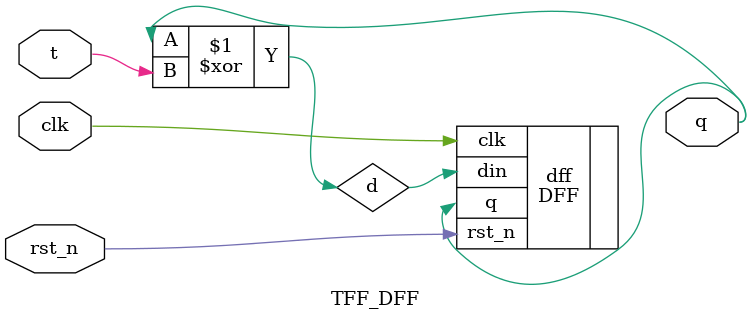
<source format=sv>
module TFF_DFF(input t, clk, rst_n, output q);

    wire d;

    assign d = q ^ t;

    DFF dff(.din(d), .rst_n(rst_n), .clk(clk), .q(q));

endmodule

</source>
